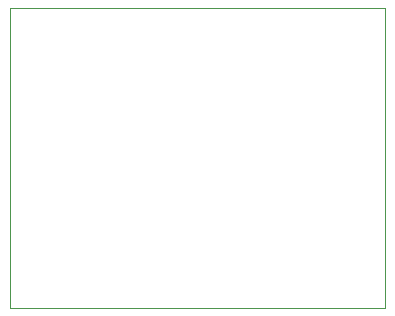
<source format=gbr>
%TF.GenerationSoftware,KiCad,Pcbnew,6.0.3-a3aad9c10e~116~ubuntu20.04.1*%
%TF.CreationDate,2022-03-21T01:27:17-04:00*%
%TF.ProjectId,pcf_0.5in,7063665f-302e-4356-996e-2e6b69636164,-*%
%TF.SameCoordinates,Original*%
%TF.FileFunction,Profile,NP*%
%FSLAX46Y46*%
G04 Gerber Fmt 4.6, Leading zero omitted, Abs format (unit mm)*
G04 Created by KiCad (PCBNEW 6.0.3-a3aad9c10e~116~ubuntu20.04.1) date 2022-03-21 01:27:17*
%MOMM*%
%LPD*%
G01*
G04 APERTURE LIST*
%TA.AperFunction,Profile*%
%ADD10C,0.100000*%
%TD*%
G04 APERTURE END LIST*
D10*
X127000000Y-101600000D02*
X127000000Y-76200000D01*
X158750000Y-76200000D02*
X158750000Y-101600000D01*
X127000000Y-76200000D02*
X158750000Y-76200000D01*
X158750000Y-101600000D02*
X127000000Y-101600000D01*
M02*

</source>
